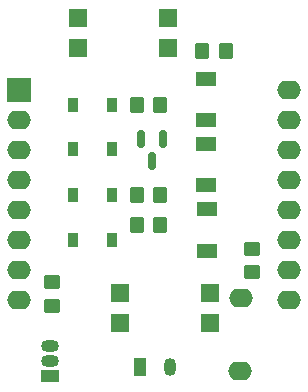
<source format=gbr>
%TF.GenerationSoftware,KiCad,Pcbnew,(6.0.4)*%
%TF.CreationDate,2022-03-20T22:01:37+01:00*%
%TF.ProjectId,opentherm,6f70656e-7468-4657-926d-2e6b69636164,rev?*%
%TF.SameCoordinates,Original*%
%TF.FileFunction,Soldermask,Top*%
%TF.FilePolarity,Negative*%
%FSLAX46Y46*%
G04 Gerber Fmt 4.6, Leading zero omitted, Abs format (unit mm)*
G04 Created by KiCad (PCBNEW (6.0.4)) date 2022-03-20 22:01:37*
%MOMM*%
%LPD*%
G01*
G04 APERTURE LIST*
G04 Aperture macros list*
%AMRoundRect*
0 Rectangle with rounded corners*
0 $1 Rounding radius*
0 $2 $3 $4 $5 $6 $7 $8 $9 X,Y pos of 4 corners*
0 Add a 4 corners polygon primitive as box body*
4,1,4,$2,$3,$4,$5,$6,$7,$8,$9,$2,$3,0*
0 Add four circle primitives for the rounded corners*
1,1,$1+$1,$2,$3*
1,1,$1+$1,$4,$5*
1,1,$1+$1,$6,$7*
1,1,$1+$1,$8,$9*
0 Add four rect primitives between the rounded corners*
20,1,$1+$1,$2,$3,$4,$5,0*
20,1,$1+$1,$4,$5,$6,$7,0*
20,1,$1+$1,$6,$7,$8,$9,0*
20,1,$1+$1,$8,$9,$2,$3,0*%
G04 Aperture macros list end*
%ADD10O,2.000000X1.600000*%
%ADD11R,2.000000X2.000000*%
%ADD12R,1.600000X1.600000*%
%ADD13R,1.500000X1.050000*%
%ADD14O,1.500000X1.050000*%
%ADD15RoundRect,0.250000X-0.450000X0.350000X-0.450000X-0.350000X0.450000X-0.350000X0.450000X0.350000X0*%
%ADD16RoundRect,0.250000X-0.350000X-0.450000X0.350000X-0.450000X0.350000X0.450000X-0.350000X0.450000X0*%
%ADD17RoundRect,0.250000X0.450000X-0.350000X0.450000X0.350000X-0.450000X0.350000X-0.450000X-0.350000X0*%
%ADD18RoundRect,0.250000X0.350000X0.450000X-0.350000X0.450000X-0.350000X-0.450000X0.350000X-0.450000X0*%
%ADD19R,1.050000X1.500000*%
%ADD20O,1.050000X1.500000*%
%ADD21RoundRect,0.150000X-0.150000X0.587500X-0.150000X-0.587500X0.150000X-0.587500X0.150000X0.587500X0*%
%ADD22R,0.900000X1.200000*%
%ADD23R,1.700000X1.300000*%
G04 APERTURE END LIST*
D10*
%TO.C,*%
X114540613Y-74760164D03*
%TD*%
%TO.C,*%
X114472679Y-80959154D03*
%TD*%
%TO.C,U3*%
X118595000Y-57150000D03*
X118595000Y-59690000D03*
X118595000Y-62230000D03*
X118595000Y-64770000D03*
X118595000Y-67310000D03*
X118595000Y-69850000D03*
X118595000Y-72390000D03*
X118595000Y-74930000D03*
X95735000Y-74930000D03*
X95735000Y-72390000D03*
X95735000Y-69850000D03*
X95735000Y-67310000D03*
X95735000Y-64770000D03*
X95735000Y-62230000D03*
X95735000Y-59690000D03*
D11*
X95735000Y-57150000D03*
%TD*%
D12*
%TO.C,U2*%
X104315124Y-74343505D03*
X104315124Y-76883505D03*
X111935124Y-76883505D03*
X111935124Y-74343505D03*
%TD*%
D13*
%TO.C,18B20*%
X98348232Y-81437327D03*
D14*
X98348232Y-80167327D03*
X98348232Y-78897327D03*
%TD*%
D15*
%TO.C,R6*%
X98533673Y-73460654D03*
X98533673Y-75460654D03*
%TD*%
D16*
%TO.C,R5*%
X111252123Y-53908548D03*
X113252123Y-53908548D03*
%TD*%
D17*
%TO.C,R4*%
X115410498Y-72626621D03*
X115410498Y-70626621D03*
%TD*%
D16*
%TO.C,R3*%
X105680000Y-68580000D03*
X107680000Y-68580000D03*
%TD*%
D18*
%TO.C,R2*%
X107680000Y-66040000D03*
X105680000Y-66040000D03*
%TD*%
D16*
%TO.C,R1*%
X105680000Y-58420000D03*
X107680000Y-58420000D03*
%TD*%
D19*
%TO.C,J1*%
X105946985Y-80619402D03*
D20*
X108486985Y-80619402D03*
%TD*%
D12*
%TO.C,U1*%
X108304893Y-53650030D03*
X108304893Y-51110030D03*
X100684893Y-51110030D03*
X100684893Y-53650030D03*
%TD*%
D21*
%TO.C,Q1*%
X107927248Y-61325447D03*
X106027248Y-61325447D03*
X106977248Y-63200447D03*
%TD*%
D22*
%TO.C,D3*%
X103618324Y-62195613D03*
X100318324Y-62195613D03*
%TD*%
D23*
%TO.C,D5*%
X111614678Y-67285936D03*
X111614678Y-70785936D03*
%TD*%
D22*
%TO.C,D4*%
X103608828Y-69864819D03*
X100308828Y-69864819D03*
%TD*%
D23*
%TO.C,D6*%
X111572062Y-61750000D03*
X111572062Y-65250000D03*
%TD*%
%TO.C,D7*%
X111526076Y-56247334D03*
X111526076Y-59747334D03*
%TD*%
D22*
%TO.C,D1*%
X103608828Y-58420000D03*
X100308828Y-58420000D03*
%TD*%
%TO.C,D2*%
X103608828Y-66040000D03*
X100308828Y-66040000D03*
%TD*%
M02*

</source>
